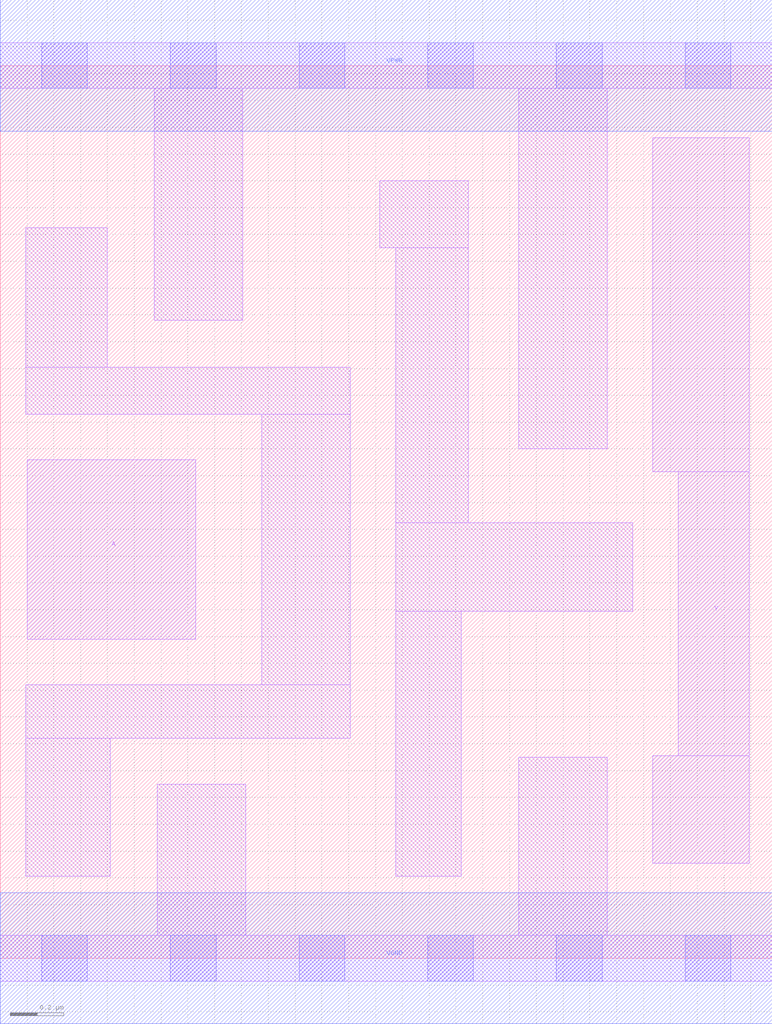
<source format=lef>
# Copyright 2020 The SkyWater PDK Authors
#
# Licensed under the Apache License, Version 2.0 (the "License");
# you may not use this file except in compliance with the License.
# You may obtain a copy of the License at
#
#     https://www.apache.org/licenses/LICENSE-2.0
#
# Unless required by applicable law or agreed to in writing, software
# distributed under the License is distributed on an "AS IS" BASIS,
# WITHOUT WARRANTIES OR CONDITIONS OF ANY KIND, either express or implied.
# See the License for the specific language governing permissions and
# limitations under the License.
#
# SPDX-License-Identifier: Apache-2.0

VERSION 5.7 ;
  NAMESCASESENSITIVE ON ;
  NOWIREEXTENSIONATPIN ON ;
  DIVIDERCHAR "/" ;
  BUSBITCHARS "[]" ;
UNITS
  DATABASE MICRONS 200 ;
END UNITS
MACRO sky130_fd_sc_ms__clkdlyinv3sd3_1
  CLASS CORE ;
  FOREIGN sky130_fd_sc_ms__clkdlyinv3sd3_1 ;
  ORIGIN  0.000000  0.000000 ;
  SIZE  2.880000 BY  3.330000 ;
  SYMMETRY X Y ;
  SITE unit ;
  PIN A
    ANTENNAGATEAREA  0.264600 ;
    DIRECTION INPUT ;
    USE SIGNAL ;
    PORT
      LAYER li1 ;
        RECT 0.100000 1.190000 0.730000 1.860000 ;
    END
  END A
  PIN Y
    ANTENNADIFFAREA  0.408100 ;
    DIRECTION OUTPUT ;
    USE SIGNAL ;
    PORT
      LAYER li1 ;
        RECT 2.435000 0.355000 2.795000 0.755000 ;
        RECT 2.435000 1.815000 2.795000 3.060000 ;
        RECT 2.530000 0.755000 2.795000 1.815000 ;
    END
  END Y
  PIN VGND
    DIRECTION INOUT ;
    USE GROUND ;
    PORT
      LAYER met1 ;
        RECT 0.000000 -0.245000 2.880000 0.245000 ;
    END
  END VGND
  PIN VPWR
    DIRECTION INOUT ;
    USE POWER ;
    PORT
      LAYER met1 ;
        RECT 0.000000 3.085000 2.880000 3.575000 ;
    END
  END VPWR
  OBS
    LAYER li1 ;
      RECT 0.000000 -0.085000 2.880000 0.085000 ;
      RECT 0.000000  3.245000 2.880000 3.415000 ;
      RECT 0.095000  0.305000 0.410000 0.820000 ;
      RECT 0.095000  0.820000 1.305000 1.020000 ;
      RECT 0.095000  2.030000 1.305000 2.205000 ;
      RECT 0.095000  2.205000 0.400000 2.725000 ;
      RECT 0.575000  2.380000 0.905000 3.245000 ;
      RECT 0.585000  0.085000 0.915000 0.650000 ;
      RECT 0.975000  1.020000 1.305000 2.030000 ;
      RECT 1.415000  2.650000 1.745000 2.900000 ;
      RECT 1.475000  0.305000 1.720000 1.295000 ;
      RECT 1.475000  1.295000 2.360000 1.625000 ;
      RECT 1.475000  1.625000 1.745000 2.650000 ;
      RECT 1.935000  0.085000 2.265000 0.750000 ;
      RECT 1.935000  1.900000 2.265000 3.245000 ;
    LAYER mcon ;
      RECT 0.155000 -0.085000 0.325000 0.085000 ;
      RECT 0.155000  3.245000 0.325000 3.415000 ;
      RECT 0.635000 -0.085000 0.805000 0.085000 ;
      RECT 0.635000  3.245000 0.805000 3.415000 ;
      RECT 1.115000 -0.085000 1.285000 0.085000 ;
      RECT 1.115000  3.245000 1.285000 3.415000 ;
      RECT 1.595000 -0.085000 1.765000 0.085000 ;
      RECT 1.595000  3.245000 1.765000 3.415000 ;
      RECT 2.075000 -0.085000 2.245000 0.085000 ;
      RECT 2.075000  3.245000 2.245000 3.415000 ;
      RECT 2.555000 -0.085000 2.725000 0.085000 ;
      RECT 2.555000  3.245000 2.725000 3.415000 ;
  END
END sky130_fd_sc_ms__clkdlyinv3sd3_1
END LIBRARY

</source>
